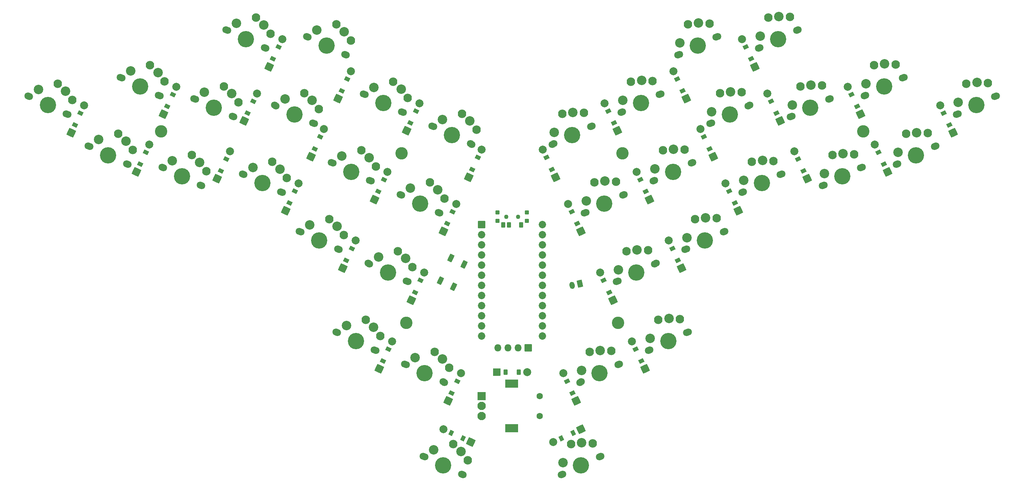
<source format=gts>
%TF.GenerationSoftware,KiCad,Pcbnew,(5.99.0-13010-g08938463f1)*%
%TF.CreationDate,2021-12-30T23:18:33-06:00*%
%TF.ProjectId,balbuzard,62616c62-757a-4617-9264-2e6b69636164,Rev1*%
%TF.SameCoordinates,Original*%
%TF.FileFunction,Soldermask,Top*%
%TF.FilePolarity,Negative*%
%FSLAX46Y46*%
G04 Gerber Fmt 4.6, Leading zero omitted, Abs format (unit mm)*
G04 Created by KiCad (PCBNEW (5.99.0-13010-g08938463f1)) date 2021-12-30 23:18:33*
%MOMM*%
%LPD*%
G01*
G04 APERTURE LIST*
G04 Aperture macros list*
%AMRoundRect*
0 Rectangle with rounded corners*
0 $1 Rounding radius*
0 $2 $3 $4 $5 $6 $7 $8 $9 X,Y pos of 4 corners*
0 Add a 4 corners polygon primitive as box body*
4,1,4,$2,$3,$4,$5,$6,$7,$8,$9,$2,$3,0*
0 Add four circle primitives for the rounded corners*
1,1,$1+$1,$2,$3*
1,1,$1+$1,$4,$5*
1,1,$1+$1,$6,$7*
1,1,$1+$1,$8,$9*
0 Add four rect primitives between the rounded corners*
20,1,$1+$1,$2,$3,$4,$5,0*
20,1,$1+$1,$4,$5,$6,$7,0*
20,1,$1+$1,$6,$7,$8,$9,0*
20,1,$1+$1,$8,$9,$2,$3,0*%
%AMHorizOval*
0 Thick line with rounded ends*
0 $1 width*
0 $2 $3 position (X,Y) of the first rounded end (center of the circle)*
0 $4 $5 position (X,Y) of the second rounded end (center of the circle)*
0 Add line between two ends*
20,1,$1,$2,$3,$4,$5,0*
0 Add two circle primitives to create the rounded ends*
1,1,$1,$2,$3*
1,1,$1,$4,$5*%
G04 Aperture macros list end*
%ADD10C,1.852600*%
%ADD11RoundRect,0.050000X-0.876300X0.876300X-0.876300X-0.876300X0.876300X-0.876300X0.876300X0.876300X0*%
%ADD12C,2.005000*%
%ADD13RoundRect,0.050000X0.353606X-0.661409X0.733963X0.154268X-0.353606X0.661409X-0.733963X-0.154268X0*%
%ADD14RoundRect,0.050000X0.430000X-1.181415X1.181415X0.430000X-0.430000X1.181415X-1.181415X-0.430000X0*%
%ADD15RoundRect,0.050000X-0.450000X-0.450000X0.450000X-0.450000X0.450000X0.450000X-0.450000X0.450000X0*%
%ADD16C,1.100000*%
%ADD17RoundRect,0.050000X-0.450000X-0.625000X0.450000X-0.625000X0.450000X0.625000X-0.450000X0.625000X0*%
%ADD18RoundRect,0.050000X-0.118113X1.048117X-0.878826X-0.583237X0.118113X-1.048117X0.878826X0.583237X0*%
%ADD19C,1.801800*%
%ADD20C,3.529000*%
%ADD21C,2.132000*%
%ADD22RoundRect,0.050000X-1.600000X-1.000000X1.600000X-1.000000X1.600000X1.000000X-1.600000X1.000000X0*%
%ADD23C,1.600000*%
%ADD24RoundRect,0.050000X-1.000000X-1.000000X1.000000X-1.000000X1.000000X1.000000X-1.000000X1.000000X0*%
%ADD25C,2.100000*%
%ADD26C,4.087800*%
%ADD27C,2.386000*%
%ADD28RoundRect,0.050000X0.733963X-0.154268X0.353606X0.661409X-0.733963X0.154268X-0.353606X-0.661409X0*%
%ADD29RoundRect,0.050000X1.181415X-0.430000X0.430000X1.181415X-1.181415X0.430000X-0.430000X-1.181415X0*%
%ADD30C,3.100000*%
%ADD31RoundRect,0.050000X-0.450000X-0.600000X0.450000X-0.600000X0.450000X0.600000X-0.450000X0.600000X0*%
%ADD32RoundRect,0.050000X-0.889000X-0.889000X0.889000X-0.889000X0.889000X0.889000X-0.889000X0.889000X0*%
%ADD33RoundRect,0.050000X-0.850000X-0.850000X0.850000X-0.850000X0.850000X0.850000X-0.850000X0.850000X0*%
%ADD34O,1.800000X1.800000*%
%ADD35RoundRect,0.050000X0.154268X0.733963X-0.661409X0.353606X-0.154268X-0.733963X0.661409X-0.353606X0*%
%ADD36RoundRect,0.050000X0.430000X1.181415X-1.181415X0.430000X-0.430000X-1.181415X1.181415X-0.430000X0*%
%ADD37RoundRect,0.050000X0.661409X0.353606X-0.154268X0.733963X-0.661409X-0.353606X0.154268X-0.733963X0*%
%ADD38RoundRect,0.050000X1.181415X0.430000X-0.430000X1.181415X-1.181415X-0.430000X0.430000X-1.181415X0*%
%ADD39RoundRect,0.050000X0.393414X0.963185X-0.775830X0.693244X-0.393414X-0.963185X0.775830X-0.693244X0*%
%ADD40HorizOval,1.300000X-0.056238X0.243593X0.056238X-0.243593X0*%
G04 APERTURE END LIST*
D10*
%TO.C,MCU1*%
X147500000Y-113000000D03*
X147500000Y-110460000D03*
X147500000Y-107920000D03*
X147500000Y-105380000D03*
X147500000Y-102840000D03*
X147500000Y-100300000D03*
X147500000Y-97760000D03*
X147500000Y-95220000D03*
X147500000Y-92680000D03*
X147500000Y-90140000D03*
X147500000Y-87600000D03*
X147500000Y-85060000D03*
X132260000Y-113000000D03*
X132260000Y-110460000D03*
X132260000Y-107920000D03*
X132260000Y-105380000D03*
X132260000Y-102840000D03*
X132260000Y-100300000D03*
X132260000Y-97760000D03*
X132260000Y-95220000D03*
X132260000Y-92680000D03*
X132260000Y-90140000D03*
X132260000Y-87600000D03*
D11*
X132260000Y-85060000D03*
%TD*%
D12*
%TO.C,D1*%
X32585376Y-55102267D03*
D13*
X30277880Y-60050708D03*
D14*
X29365024Y-62008333D03*
D13*
X31672520Y-57059892D03*
%TD*%
D15*
%TO.C,T1*%
X136180000Y-84130000D03*
X136180000Y-81930000D03*
D16*
X138380000Y-83030000D03*
X141380000Y-83030000D03*
D15*
X143580000Y-81930000D03*
X143580000Y-84130000D03*
D17*
X142130000Y-85105000D03*
X139130000Y-85105000D03*
X137630000Y-85105000D03*
%TD*%
D18*
%TO.C,B1*%
X125246553Y-100621398D03*
X127866786Y-95002290D03*
X124513447Y-93438602D03*
X121893214Y-99057710D03*
%TD*%
D13*
%TO.C,D12*%
X114371580Y-59542608D03*
D12*
X116679076Y-54594167D03*
D13*
X115766220Y-56551792D03*
D14*
X113458724Y-61500233D03*
%TD*%
D19*
%TO.C,S2*%
X28482893Y-57393100D03*
D20*
X23498200Y-55068700D03*
D19*
X18513507Y-52744300D03*
D21*
X29635688Y-53737822D03*
X25991648Y-49721484D03*
%TD*%
D22*
%TO.C,ROT1*%
X139760000Y-136090000D03*
X139760000Y-124890000D03*
D23*
X146760000Y-127990000D03*
X146760000Y-132990000D03*
D24*
X132260000Y-127990000D03*
D25*
X132260000Y-132990000D03*
X132260000Y-130490000D03*
%TD*%
D19*
%TO.C,S45*%
X219241544Y-53573999D03*
X210033456Y-57867801D03*
D26*
X214637500Y-55720900D03*
D27*
X214792621Y-50043406D03*
X210111017Y-55029054D03*
%TD*%
D12*
%TO.C,D21*%
X224038024Y-50443667D03*
D28*
X226345520Y-55392108D03*
X224950880Y-52401292D03*
D29*
X227258376Y-57349733D03*
%TD*%
D19*
%TO.C,S34*%
X112957607Y-119955200D03*
X122926993Y-124604000D03*
D20*
X117942300Y-122279600D03*
D21*
X124079788Y-120948722D03*
X120435748Y-116932384D03*
%TD*%
D19*
%TO.C,S42*%
X228140507Y-52734500D03*
X238109893Y-48085700D03*
D20*
X233125200Y-50410100D03*
D21*
X236050790Y-44853039D03*
X230631752Y-45062884D03*
%TD*%
D19*
%TO.C,S3*%
X34000856Y-65483099D03*
D26*
X38604900Y-67630000D03*
D19*
X43208944Y-69776901D03*
D27*
X43053823Y-64099407D03*
X36225318Y-63717803D03*
%TD*%
D19*
%TO.C,S49*%
X197885056Y-76773301D03*
X207093144Y-72479499D03*
D26*
X202489100Y-74626400D03*
D27*
X202644221Y-68948906D03*
X197962617Y-73934554D03*
%TD*%
D19*
%TO.C,S31*%
X96118356Y-112102999D03*
X105326444Y-116396801D03*
D26*
X100722400Y-114249900D03*
D27*
X105171323Y-110719307D03*
X98342818Y-110337703D03*
%TD*%
D19*
%TO.C,S14*%
X82255493Y-76950800D03*
D20*
X77270800Y-74626400D03*
D19*
X72286107Y-72302000D03*
D21*
X83408288Y-73295522D03*
X79764248Y-69279184D03*
%TD*%
D19*
%TO.C,S72*%
X162143793Y-143091700D03*
D20*
X157159100Y-145416100D03*
D19*
X152174407Y-147740500D03*
D21*
X160084690Y-139859039D03*
X154665652Y-140068884D03*
%TD*%
D30*
%TO.C,HOLE2*%
X167573000Y-67185400D03*
%TD*%
D28*
%TO.C,D28*%
X181447820Y-93982308D03*
D12*
X179140324Y-89033867D03*
D29*
X182360676Y-95939933D03*
D28*
X180053180Y-90991492D03*
%TD*%
D19*
%TO.C,S52*%
X189474607Y-59730900D03*
X199443993Y-55082100D03*
D20*
X194459300Y-57406500D03*
D21*
X197384890Y-51849439D03*
X191965852Y-52059284D03*
%TD*%
D20*
%TO.C,S64*%
X162978000Y-79810200D03*
D19*
X167962693Y-77485800D03*
X157993307Y-82134600D03*
D21*
X165903590Y-74253139D03*
X160484552Y-74462984D03*
%TD*%
D13*
%TO.C,D4*%
X66830680Y-71578608D03*
D12*
X69138176Y-66630167D03*
D13*
X68225320Y-68587792D03*
D14*
X65917824Y-73536233D03*
%TD*%
D19*
%TO.C,S51*%
X189855256Y-59553401D03*
X199063344Y-55259599D03*
D26*
X194459300Y-57406500D03*
D27*
X194614421Y-51729006D03*
X189932817Y-56714654D03*
%TD*%
D12*
%TO.C,D26*%
X187062624Y-61065367D03*
D28*
X189370120Y-66013808D03*
X187975480Y-63022992D03*
D29*
X190282976Y-67971433D03*
%TD*%
D19*
%TO.C,S19*%
X86928256Y-86853399D03*
D26*
X91532300Y-89000300D03*
D19*
X96136344Y-91147201D03*
D27*
X95981223Y-85469707D03*
X89152718Y-85088103D03*
%TD*%
D20*
%TO.C,S20*%
X91532300Y-89000300D03*
D19*
X96516993Y-91324700D03*
X86547607Y-86675900D03*
D21*
X97669788Y-87669422D03*
X94025748Y-83653084D03*
%TD*%
D12*
%TO.C,D3*%
X55721876Y-50443667D03*
D13*
X53414380Y-55392108D03*
X54809020Y-52401292D03*
D14*
X52501524Y-57349733D03*
%TD*%
D19*
%TO.C,S32*%
X105707093Y-116574300D03*
X95737707Y-111925500D03*
D20*
X100722400Y-114249900D03*
D21*
X106859888Y-112919022D03*
X103215848Y-108902684D03*
%TD*%
D26*
%TO.C,S53*%
X186429600Y-40186700D03*
D19*
X191033644Y-38039799D03*
X181825556Y-42333601D03*
D27*
X186584721Y-34509206D03*
X181903117Y-39494854D03*
%TD*%
D20*
%TO.C,S54*%
X186429600Y-40186700D03*
D19*
X181444907Y-42511100D03*
X191414293Y-37862300D03*
D21*
X189355190Y-34629639D03*
X183936152Y-34839484D03*
%TD*%
D19*
%TO.C,S8*%
X52108007Y-70616400D03*
X62077393Y-75265200D03*
D20*
X57092700Y-72940800D03*
D21*
X63230188Y-71609922D03*
X59586148Y-67593584D03*
%TD*%
D19*
%TO.C,S18*%
X98314993Y-42511100D03*
D20*
X93330300Y-40186700D03*
D19*
X88345607Y-37862300D03*
D21*
X99467788Y-38855822D03*
X95823748Y-34839484D03*
%TD*%
D19*
%TO.C,S26*%
X113736893Y-99354400D03*
X103767507Y-94705600D03*
D20*
X108752200Y-97030000D03*
D21*
X114889688Y-95699122D03*
X111245648Y-91682784D03*
%TD*%
D12*
%TO.C,D37*%
X143690000Y-122030000D03*
D31*
X138230000Y-122030000D03*
D32*
X136070000Y-122030000D03*
D31*
X141530000Y-122030000D03*
%TD*%
D28*
%TO.C,D34*%
X172257720Y-119231908D03*
D12*
X169950224Y-114283467D03*
D28*
X170863080Y-116241092D03*
D29*
X173170576Y-121189533D03*
%TD*%
D33*
%TO.C,OLED1*%
X143930000Y-115930000D03*
D34*
X141390000Y-115930000D03*
X138850000Y-115930000D03*
X136310000Y-115930000D03*
%TD*%
D12*
%TO.C,D29*%
X171110624Y-71813967D03*
D28*
X173418120Y-76762408D03*
D29*
X174330976Y-78720033D03*
D28*
X172023480Y-73771592D03*
%TD*%
D19*
%TO.C,S37*%
X251657656Y-57215601D03*
D26*
X256261700Y-55068700D03*
D19*
X260865744Y-52921799D03*
D27*
X256416821Y-49391206D03*
X251735217Y-54376854D03*
%TD*%
D19*
%TO.C,S65*%
X159552244Y-60443399D03*
D26*
X154948200Y-62590300D03*
D19*
X150344156Y-64737201D03*
D27*
X155103321Y-56912806D03*
X150421717Y-61898454D03*
%TD*%
D19*
%TO.C,S57*%
X184801844Y-69633499D03*
X175593756Y-73927301D03*
D26*
X180197800Y-71780400D03*
D27*
X180352921Y-66102906D03*
X175671317Y-71088554D03*
%TD*%
D26*
%TO.C,S29*%
X124811700Y-62590300D03*
D19*
X120207656Y-60443399D03*
X129415744Y-64737201D03*
D27*
X129260623Y-59059707D03*
X122432118Y-58678103D03*
%TD*%
D26*
%TO.C,S39*%
X241155000Y-67630000D03*
D19*
X245759044Y-65483099D03*
X236550956Y-69776901D03*
D27*
X241310121Y-61952506D03*
X236628517Y-66938154D03*
%TD*%
D30*
%TO.C,HOLE5*%
X113347200Y-109654800D03*
%TD*%
D19*
%TO.C,S5*%
X42030656Y-48263199D03*
X51238744Y-52557001D03*
D26*
X46634700Y-50410100D03*
D27*
X51083623Y-46879507D03*
X44255118Y-46497903D03*
%TD*%
D19*
%TO.C,S25*%
X104148156Y-94883099D03*
X113356244Y-99176901D03*
D26*
X108752200Y-97030000D03*
D27*
X113201123Y-93499407D03*
X106372618Y-93117803D03*
%TD*%
D19*
%TO.C,S59*%
X167564056Y-56707501D03*
D26*
X172168100Y-54560600D03*
D19*
X176772144Y-52413699D03*
D27*
X172323221Y-48883106D03*
X167641617Y-53868754D03*
%TD*%
D12*
%TO.C,D36*%
X150219467Y-139549276D03*
D35*
X155167908Y-137241780D03*
X152177092Y-138636420D03*
D36*
X157125533Y-136328924D03*
%TD*%
D12*
%TO.C,D9*%
X99459176Y-46564367D03*
D13*
X97151680Y-51512808D03*
X98546320Y-48521992D03*
D14*
X96238824Y-53470433D03*
%TD*%
D20*
%TO.C,S70*%
X161817600Y-122279600D03*
D19*
X166802293Y-119955200D03*
X156832907Y-124604000D03*
D21*
X164743190Y-116722539D03*
X159324152Y-116932384D03*
%TD*%
D19*
%TO.C,S38*%
X251277007Y-57393100D03*
X261246393Y-52744300D03*
D20*
X256261700Y-55068700D03*
D21*
X259187290Y-49511639D03*
X253768252Y-49721484D03*
%TD*%
D19*
%TO.C,S47*%
X202003756Y-40648001D03*
X211211844Y-36354199D03*
D26*
X206607800Y-38501100D03*
D27*
X206762921Y-32823606D03*
X202081317Y-37809254D03*
%TD*%
D30*
%TO.C,HOLE6*%
X166412700Y-109654800D03*
%TD*%
D28*
%TO.C,D27*%
X182608220Y-51512808D03*
D12*
X180300724Y-46564367D03*
D29*
X183521076Y-53470433D03*
D28*
X181213580Y-48521992D03*
%TD*%
D19*
%TO.C,S27*%
X112177856Y-77663299D03*
D26*
X116781900Y-79810200D03*
D19*
X121385944Y-81957101D03*
D27*
X121230823Y-76279607D03*
X114402318Y-75898003D03*
%TD*%
D19*
%TO.C,S40*%
X236170307Y-69954400D03*
D20*
X241155000Y-67630000D03*
D19*
X246139693Y-65305600D03*
D21*
X244080590Y-62072939D03*
X238661552Y-62282784D03*
%TD*%
D12*
%TO.C,D6*%
X82239376Y-38534667D03*
D13*
X79931880Y-43483108D03*
X81326520Y-40492292D03*
D14*
X79019024Y-45440733D03*
%TD*%
D19*
%TO.C,S48*%
X201623107Y-40825500D03*
X211592493Y-36176700D03*
D20*
X206607800Y-38501100D03*
D21*
X209533390Y-32944039D03*
X204114352Y-33153884D03*
%TD*%
D12*
%TO.C,D5*%
X75900076Y-52129267D03*
D13*
X73592580Y-57077708D03*
D14*
X72679724Y-59035333D03*
D13*
X74987220Y-54086892D03*
%TD*%
D19*
%TO.C,S1*%
X18894156Y-52921799D03*
D26*
X23498200Y-55068700D03*
D19*
X28102244Y-57215601D03*
D27*
X27947123Y-51538107D03*
X21118618Y-51156503D03*
%TD*%
D19*
%TO.C,S17*%
X97934344Y-42333601D03*
X88726256Y-38039799D03*
D26*
X93330300Y-40186700D03*
D27*
X97779223Y-36656107D03*
X90950718Y-36274503D03*
%TD*%
D12*
%TO.C,D13*%
X117839376Y-97063567D03*
D13*
X115531880Y-102012008D03*
D14*
X114619024Y-103969633D03*
D13*
X116926520Y-99021192D03*
%TD*%
D28*
%TO.C,D22*%
X212929220Y-71578608D03*
D12*
X210621724Y-66630167D03*
D28*
X211534580Y-68587792D03*
D29*
X213842076Y-73536233D03*
%TD*%
D26*
%TO.C,S63*%
X162978000Y-79810200D03*
D19*
X167582044Y-77663299D03*
X158373956Y-81957101D03*
D27*
X163133121Y-74132706D03*
X158451517Y-79118354D03*
%TD*%
D12*
%TO.C,D18*%
X122634467Y-136328924D03*
D37*
X127582908Y-138636420D03*
D38*
X129540533Y-139549276D03*
D37*
X124592092Y-137241780D03*
%TD*%
D28*
%TO.C,D30*%
X165388320Y-59542608D03*
D12*
X163080824Y-54594167D03*
D28*
X163993680Y-56551792D03*
D29*
X166301176Y-61500233D03*
%TD*%
D19*
%TO.C,S10*%
X60137707Y-53396500D03*
D20*
X65122400Y-55720900D03*
D19*
X70107093Y-58045300D03*
D21*
X71259888Y-54390022D03*
X67615848Y-50373684D03*
%TD*%
D13*
%TO.C,D15*%
X129900980Y-71197608D03*
D12*
X132208476Y-66249167D03*
D14*
X128988124Y-73155233D03*
D13*
X131295620Y-68206792D03*
%TD*%
%TO.C,D7*%
X84050580Y-79608408D03*
D12*
X86358076Y-74659967D03*
D14*
X83137724Y-81566033D03*
D13*
X85445220Y-76617592D03*
%TD*%
D28*
%TO.C,D35*%
X155037920Y-127261608D03*
D12*
X152730424Y-122313167D03*
D29*
X155950776Y-129219233D03*
D28*
X153643280Y-124270792D03*
%TD*%
D20*
%TO.C,S50*%
X202489100Y-74626400D03*
D19*
X197504407Y-76950800D03*
X207473793Y-72302000D03*
D21*
X205414690Y-69069339D03*
X199995652Y-69279184D03*
%TD*%
D19*
%TO.C,S22*%
X94577407Y-69456000D03*
X104546793Y-74104800D03*
D20*
X99562100Y-71780400D03*
D21*
X105699588Y-70449522D03*
X102055548Y-66433184D03*
%TD*%
D13*
%TO.C,D8*%
X90389780Y-66013808D03*
D12*
X92697276Y-61065367D03*
D13*
X91784420Y-63022992D03*
D14*
X89476924Y-67971433D03*
%TD*%
D28*
%TO.C,D20*%
X233107420Y-69893008D03*
D12*
X230799924Y-64944567D03*
D29*
X234020276Y-71850633D03*
D28*
X231712780Y-66902192D03*
%TD*%
D20*
%TO.C,S16*%
X85300600Y-57406500D03*
D19*
X90285293Y-59730900D03*
X80315907Y-55082100D03*
D21*
X91438088Y-56075622D03*
X87794048Y-52059284D03*
%TD*%
D19*
%TO.C,S28*%
X121766593Y-82134600D03*
X111797207Y-77485800D03*
D20*
X116781900Y-79810200D03*
D21*
X122919388Y-78479322D03*
X119275348Y-74462984D03*
%TD*%
D19*
%TO.C,S21*%
X94958056Y-69633499D03*
D26*
X99562100Y-71780400D03*
D19*
X104166144Y-73927301D03*
D27*
X104011023Y-68249807D03*
X97182518Y-67868203D03*
%TD*%
D12*
%TO.C,D14*%
X125869176Y-79843767D03*
D13*
X123561680Y-84792208D03*
D14*
X122648824Y-86749833D03*
D13*
X124956320Y-81801392D03*
%TD*%
D19*
%TO.C,S35*%
X127204944Y-147563001D03*
X117996856Y-143269199D03*
D26*
X122600900Y-145416100D03*
D27*
X127049823Y-141885507D03*
X120221318Y-141503903D03*
%TD*%
D28*
%TO.C,D23*%
X206167320Y-57077708D03*
D12*
X203859824Y-52129267D03*
D28*
X204772680Y-54086892D03*
D29*
X207080176Y-59035333D03*
%TD*%
D19*
%TO.C,S6*%
X41650007Y-48085700D03*
D20*
X46634700Y-50410100D03*
D19*
X51619393Y-52734500D03*
D21*
X52772188Y-49079222D03*
X49128148Y-45062884D03*
%TD*%
D20*
%TO.C,S36*%
X122600900Y-145416100D03*
D19*
X117616207Y-143091700D03*
X127585593Y-147740500D03*
D21*
X128738388Y-144085222D03*
X125094348Y-140068884D03*
%TD*%
D26*
%TO.C,S67*%
X179037500Y-114249900D03*
D19*
X183641544Y-112102999D03*
X174433456Y-116396801D03*
D27*
X179192621Y-108572406D03*
X174511017Y-113558054D03*
%TD*%
D13*
%TO.C,D10*%
X98312080Y-93982308D03*
D12*
X100619576Y-89033867D03*
D14*
X97399224Y-95939933D03*
D13*
X99706720Y-90991492D03*
%TD*%
D26*
%TO.C,S41*%
X233125200Y-50410100D03*
D19*
X237729244Y-48263199D03*
X228521156Y-52557001D03*
D27*
X233280321Y-44732606D03*
X228598717Y-49718254D03*
%TD*%
D19*
%TO.C,S24*%
X112576493Y-56885000D03*
D20*
X107591800Y-54560600D03*
D19*
X102607107Y-52236200D03*
D21*
X113729288Y-53229722D03*
X110085248Y-49213384D03*
%TD*%
D19*
%TO.C,S23*%
X102987756Y-52413699D03*
X112195844Y-56707501D03*
D26*
X107591800Y-54560600D03*
D27*
X112040723Y-51030007D03*
X105212218Y-50648403D03*
%TD*%
D19*
%TO.C,S33*%
X122546344Y-124426501D03*
D26*
X117942300Y-122279600D03*
D19*
X113338256Y-120132699D03*
D27*
X122391223Y-118749007D03*
X115562718Y-118367403D03*
%TD*%
D30*
%TO.C,HOLE3*%
X51863700Y-61675400D03*
%TD*%
D28*
%TO.C,D33*%
X149859020Y-71197608D03*
D12*
X147551524Y-66249167D03*
D28*
X148464380Y-68206792D03*
D29*
X150771876Y-73155233D03*
%TD*%
D12*
%TO.C,D32*%
X153890724Y-79843767D03*
D28*
X156198220Y-84792208D03*
X154803580Y-81801392D03*
D29*
X157111076Y-86749833D03*
%TD*%
D26*
%TO.C,S13*%
X77270800Y-74626400D03*
D19*
X72666756Y-72479499D03*
X81874844Y-76773301D03*
D27*
X81719723Y-71095807D03*
X74891218Y-70714203D03*
%TD*%
D26*
%TO.C,S61*%
X171007700Y-97030000D03*
D19*
X175611744Y-94883099D03*
X166403656Y-99176901D03*
D27*
X171162821Y-91352506D03*
X166481217Y-96338154D03*
%TD*%
D19*
%TO.C,S55*%
X183623556Y-91147201D03*
D26*
X188227600Y-89000300D03*
D19*
X192831644Y-86853399D03*
D27*
X188382721Y-83322806D03*
X183701117Y-88308454D03*
%TD*%
D12*
%TO.C,D24*%
X197520524Y-38534667D03*
D28*
X199828020Y-43483108D03*
X198433380Y-40492292D03*
D29*
X200740876Y-45440733D03*
%TD*%
D19*
%TO.C,S44*%
X217682607Y-75265200D03*
D20*
X222667300Y-72940800D03*
D19*
X227651993Y-70616400D03*
D21*
X225592890Y-67383739D03*
X220173852Y-67593584D03*
%TD*%
D19*
%TO.C,S15*%
X80696556Y-55259599D03*
X89904644Y-59553401D03*
D26*
X85300600Y-57406500D03*
D27*
X89749523Y-53875907D03*
X82921018Y-53494303D03*
%TD*%
D19*
%TO.C,S4*%
X33620207Y-65305600D03*
X43589593Y-69954400D03*
D20*
X38604900Y-67630000D03*
D21*
X44742388Y-66299122D03*
X41098348Y-62282784D03*
%TD*%
D26*
%TO.C,S9*%
X65122400Y-55720900D03*
D19*
X60518356Y-53573999D03*
X69726444Y-57867801D03*
D27*
X69571323Y-52190307D03*
X62742818Y-51808703D03*
%TD*%
D19*
%TO.C,S58*%
X185182493Y-69456000D03*
D20*
X180197800Y-71780400D03*
D19*
X175213107Y-74104800D03*
D21*
X183123390Y-66223339D03*
X177704352Y-66433184D03*
%TD*%
D13*
%TO.C,D17*%
X124721980Y-127261608D03*
D12*
X127029476Y-122313167D03*
D14*
X123809124Y-129219233D03*
D13*
X126116620Y-124270792D03*
%TD*%
%TO.C,D16*%
X107502180Y-119231908D03*
D12*
X109809676Y-114283467D03*
D14*
X106589324Y-121189533D03*
D13*
X108896820Y-116241092D03*
%TD*%
D19*
%TO.C,S7*%
X61696744Y-75087701D03*
X52488656Y-70793899D03*
D26*
X57092700Y-72940800D03*
D27*
X61541623Y-69410207D03*
X54713118Y-69028603D03*
%TD*%
D20*
%TO.C,S68*%
X179037500Y-114249900D03*
D19*
X184022193Y-111925500D03*
X174052807Y-116574300D03*
D21*
X181963090Y-108692839D03*
X176544052Y-108902684D03*
%TD*%
D19*
%TO.C,S43*%
X218063256Y-75087701D03*
D26*
X222667300Y-72940800D03*
D19*
X227271344Y-70793899D03*
D27*
X222822421Y-67263306D03*
X218140817Y-72248954D03*
%TD*%
D39*
%TO.C,JST1*%
X156854370Y-99805049D03*
D40*
X154905630Y-100254951D03*
%TD*%
D13*
%TO.C,D2*%
X46652480Y-69893008D03*
D12*
X48959976Y-64944567D03*
D13*
X48047120Y-66902192D03*
D14*
X45739624Y-71850633D03*
%TD*%
D19*
%TO.C,S30*%
X129796393Y-64914700D03*
D20*
X124811700Y-62590300D03*
D19*
X119827007Y-60265900D03*
D21*
X130949188Y-61259422D03*
X127305148Y-57243084D03*
%TD*%
D19*
%TO.C,S56*%
X183242907Y-91324700D03*
D20*
X188227600Y-89000300D03*
D19*
X193212293Y-86675900D03*
D21*
X191153190Y-83443239D03*
X185734152Y-83653084D03*
%TD*%
D19*
%TO.C,S12*%
X68167407Y-36176700D03*
X78136793Y-40825500D03*
D20*
X73152100Y-38501100D03*
D21*
X79289588Y-37170222D03*
X75645548Y-33153884D03*
%TD*%
D30*
%TO.C,HOLE1*%
X112186900Y-67185400D03*
%TD*%
D20*
%TO.C,S60*%
X172168100Y-54560600D03*
D19*
X177152793Y-52236200D03*
X167183407Y-56885000D03*
D21*
X175093690Y-49003539D03*
X169674652Y-49213384D03*
%TD*%
D12*
%TO.C,D11*%
X108649276Y-71813967D03*
D13*
X106341780Y-76762408D03*
X107736420Y-73771592D03*
D14*
X105428924Y-78720033D03*
%TD*%
D30*
%TO.C,HOLE4*%
X227896200Y-61675400D03*
%TD*%
D12*
%TO.C,D25*%
X193401824Y-74659967D03*
D28*
X195709320Y-79608408D03*
X194314680Y-76617592D03*
D29*
X196622176Y-81566033D03*
%TD*%
D19*
%TO.C,S11*%
X68548056Y-36354199D03*
X77756144Y-40648001D03*
D26*
X73152100Y-38501100D03*
D27*
X77601023Y-34970507D03*
X70772518Y-34588903D03*
%TD*%
D28*
%TO.C,D19*%
X249482020Y-60050708D03*
D12*
X247174524Y-55102267D03*
D28*
X248087380Y-57059892D03*
D29*
X250394876Y-62008333D03*
%TD*%
D19*
%TO.C,S71*%
X161763144Y-143269199D03*
D26*
X157159100Y-145416100D03*
D19*
X152555056Y-147563001D03*
D27*
X157314221Y-139738606D03*
X152632617Y-144724254D03*
%TD*%
D20*
%TO.C,S62*%
X171007700Y-97030000D03*
D19*
X175992393Y-94705600D03*
X166023007Y-99354400D03*
D21*
X173933290Y-91472939D03*
X168514252Y-91682784D03*
%TD*%
D12*
%TO.C,D31*%
X161920524Y-97063567D03*
D28*
X164228020Y-102012008D03*
D29*
X165140876Y-103969633D03*
D28*
X162833380Y-99021192D03*
%TD*%
D19*
%TO.C,S46*%
X219622193Y-53396500D03*
X209652807Y-58045300D03*
D20*
X214637500Y-55720900D03*
D21*
X217563090Y-50163839D03*
X212144052Y-50373684D03*
%TD*%
D19*
%TO.C,S69*%
X157213556Y-124426501D03*
X166421644Y-120132699D03*
D26*
X161817600Y-122279600D03*
D27*
X161972721Y-116602106D03*
X157291117Y-121587754D03*
%TD*%
D19*
%TO.C,S66*%
X159932893Y-60265900D03*
X149963507Y-64914700D03*
D20*
X154948200Y-62590300D03*
D21*
X157873790Y-57033239D03*
X152454752Y-57243084D03*
%TD*%
M02*

</source>
